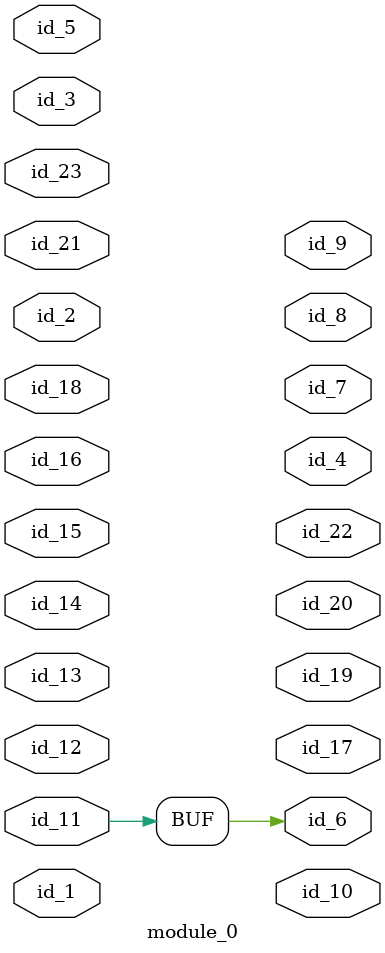
<source format=v>
module module_0 (
    id_1,
    id_2,
    id_3,
    id_4,
    id_5,
    id_6,
    id_7,
    id_8,
    id_9,
    id_10,
    id_11,
    id_12,
    id_13,
    id_14,
    id_15,
    id_16,
    id_17,
    id_18,
    id_19,
    id_20,
    id_21,
    id_22,
    id_23
);
  inout id_23;
  output id_22;
  inout id_21;
  output id_20;
  output id_19;
  input id_18;
  output id_17;
  inout id_16;
  inout id_15;
  inout id_14;
  inout id_13;
  input id_12;
  inout id_11;
  output id_10;
  output id_9;
  output id_8;
  output id_7;
  output id_6;
  input id_5;
  output id_4;
  inout id_3;
  inout id_2;
  inout id_1;
  assign id_6 = id_11;
  assign id_20[1-""] = 1;
endmodule

</source>
